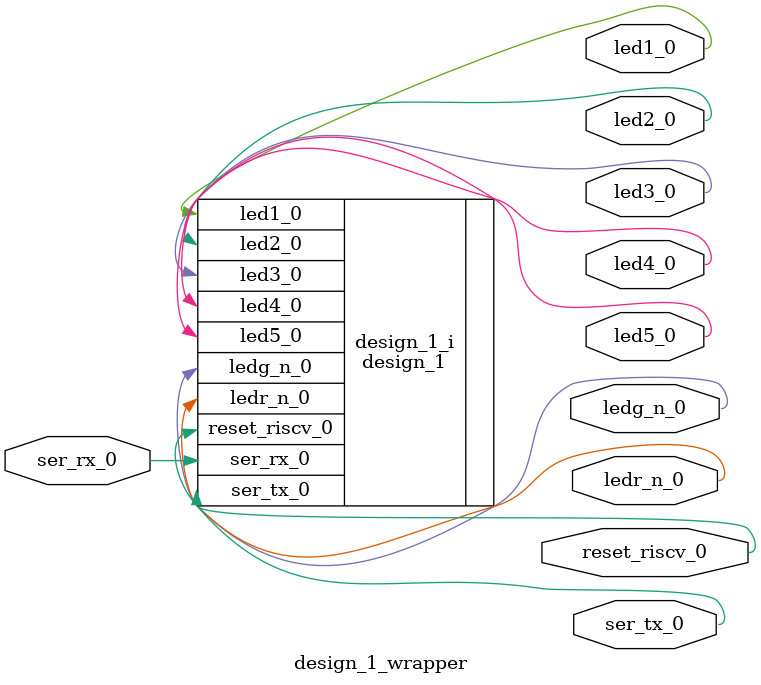
<source format=v>
`timescale 1 ps / 1 ps

module design_1_wrapper
   (led1_0,
    led2_0,
    led3_0,
    led4_0,
    led5_0,
    ledg_n_0,
    ledr_n_0,
    reset_riscv_0,
    ser_rx_0,
    ser_tx_0);
  output led1_0;
  output led2_0;
  output led3_0;
  output led4_0;
  output led5_0;
  output ledg_n_0;
  output ledr_n_0;
  output reset_riscv_0;
  input ser_rx_0;
  output ser_tx_0;

  wire led1_0;
  wire led2_0;
  wire led3_0;
  wire led4_0;
  wire led5_0;
  wire ledg_n_0;
  wire ledr_n_0;
  wire reset_riscv_0;
  wire ser_rx_0;
  wire ser_tx_0;

  design_1 design_1_i
       (.led1_0(led1_0),
        .led2_0(led2_0),
        .led3_0(led3_0),
        .led4_0(led4_0),
        .led5_0(led5_0),
        .ledg_n_0(ledg_n_0),
        .ledr_n_0(ledr_n_0),
        .reset_riscv_0(reset_riscv_0),
        .ser_rx_0(ser_rx_0),
        .ser_tx_0(ser_tx_0));
endmodule

</source>
